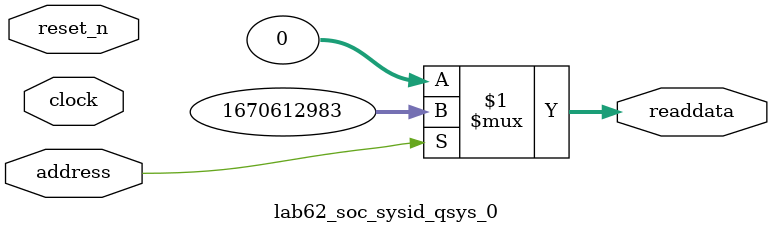
<source format=v>



// synthesis translate_off
`timescale 1ns / 1ps
// synthesis translate_on

// turn off superfluous verilog processor warnings 
// altera message_level Level1 
// altera message_off 10034 10035 10036 10037 10230 10240 10030 

module lab62_soc_sysid_qsys_0 (
               // inputs:
                address,
                clock,
                reset_n,

               // outputs:
                readdata
             )
;

  output  [ 31: 0] readdata;
  input            address;
  input            clock;
  input            reset_n;

  wire    [ 31: 0] readdata;
  //control_slave, which is an e_avalon_slave
  assign readdata = address ? 1670612983 : 0;

endmodule



</source>
